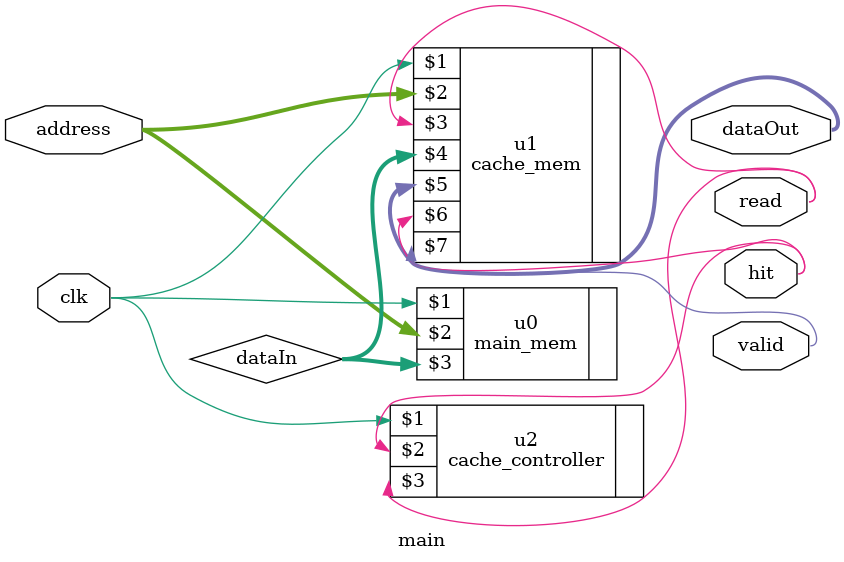
<source format=v>

module main(clk,address,dataOut,hit,read,valid);
    input clk;
    input [31:0] address;

    output [31:0] dataOut;
    output hit;

    output read;
    output valid;
    wire [511:0] dataIn;

    // assign read = 1'b1;

    main_mem u0(clk,address,dataIn);
    cache_mem u1(clk,address,read,dataIn,dataOut,hit,valid);
    cache_controller u2(clk,hit,read);

endmodule
</source>
